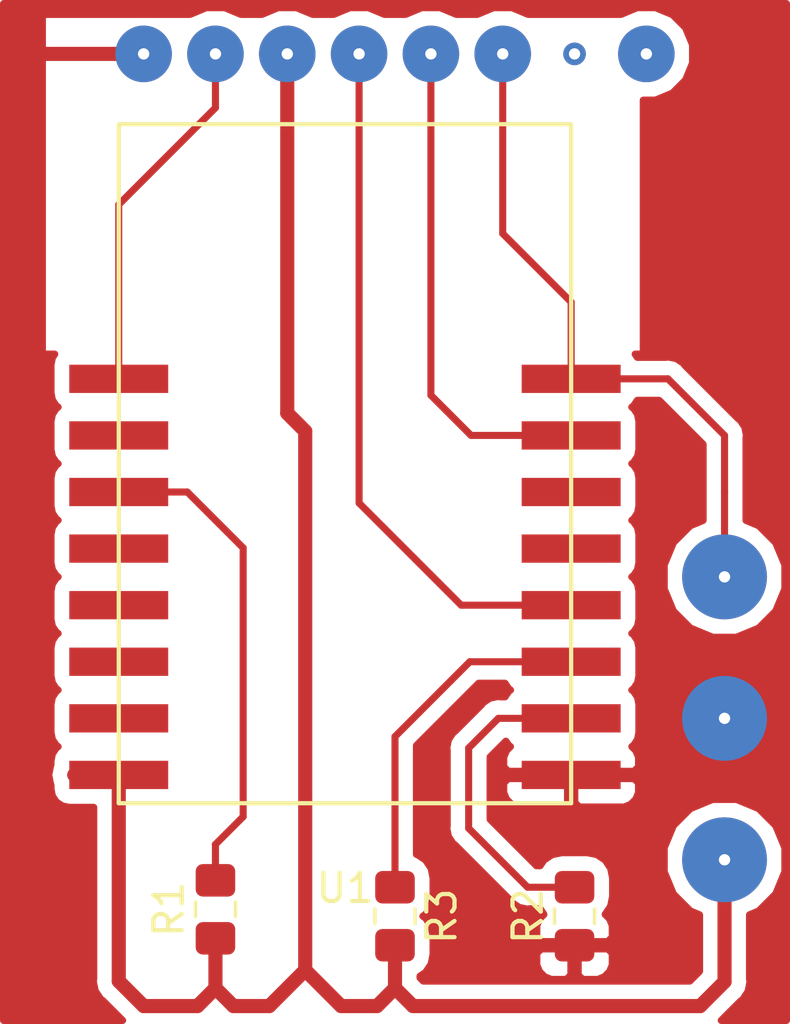
<source format=kicad_pcb>
(kicad_pcb (version 20171130) (host pcbnew 5.0.2-bee76a0~70~ubuntu16.04.1)

  (general
    (thickness 1.6)
    (drawings 0)
    (tracks 76)
    (zones 0)
    (modules 4)
    (nets 23)
  )

  (page A4)
  (layers
    (0 F.Cu signal)
    (31 B.Cu signal)
    (32 B.Adhes user)
    (33 F.Adhes user)
    (34 B.Paste user)
    (35 F.Paste user)
    (36 B.SilkS user)
    (37 F.SilkS user)
    (38 B.Mask user)
    (39 F.Mask user)
    (40 Dwgs.User user)
    (41 Cmts.User user)
    (42 Eco1.User user)
    (43 Eco2.User user)
    (44 Edge.Cuts user)
    (45 Margin user)
    (46 B.CrtYd user)
    (47 F.CrtYd user)
    (48 B.Fab user)
    (49 F.Fab user)
  )

  (setup
    (last_trace_width 0.25)
    (trace_clearance 0.2)
    (zone_clearance 0.508)
    (zone_45_only no)
    (trace_min 0.2)
    (segment_width 0.2)
    (edge_width 0.15)
    (via_size 0.8)
    (via_drill 0.4)
    (via_min_size 0.4)
    (via_min_drill 0.3)
    (uvia_size 0.3)
    (uvia_drill 0.1)
    (uvias_allowed no)
    (uvia_min_size 0.2)
    (uvia_min_drill 0.1)
    (pcb_text_width 0.3)
    (pcb_text_size 1.5 1.5)
    (mod_edge_width 0.15)
    (mod_text_size 1 1)
    (mod_text_width 0.15)
    (pad_size 3.5 1)
    (pad_drill 0)
    (pad_to_mask_clearance 0.051)
    (solder_mask_min_width 0.25)
    (aux_axis_origin 0 0)
    (visible_elements FFFFFF7F)
    (pcbplotparams
      (layerselection 0x00000_7fffffff)
      (usegerberextensions false)
      (usegerberattributes false)
      (usegerberadvancedattributes false)
      (creategerberjobfile false)
      (excludeedgelayer true)
      (linewidth 0.100000)
      (plotframeref false)
      (viasonmask false)
      (mode 1)
      (useauxorigin false)
      (hpglpennumber 1)
      (hpglpenspeed 20)
      (hpglpendiameter 15.000000)
      (psnegative false)
      (psa4output false)
      (plotreference true)
      (plotvalue true)
      (plotinvisibletext false)
      (padsonsilk false)
      (subtractmaskfromsilk false)
      (outputformat 5)
      (mirror true)
      (drillshape 0)
      (scaleselection 1)
      (outputdirectory ""))
  )

  (net 0 "")
  (net 1 GND)
  (net 2 +3V3)
  (net 3 "Net-(R1-Pad2)")
  (net 4 "Net-(U1-Pad3)")
  (net 5 "Net-(U1-Pad4)")
  (net 6 "Net-(U1-Pad9)")
  (net 7 "Net-(U1-Pad10)")
  (net 8 "Net-(U1-Pad11)")
  (net 9 "Net-(U1-Pad12)")
  (net 10 "Net-(U1-Pad13)")
  (net 11 "Net-(U1-Pad14)")
  (net 12 "Net-(U1-Pad16)")
  (net 13 "Net-(U1-Pad17)")
  (net 14 "Net-(U1-Pad18)")
  (net 15 "Net-(U1-Pad19)")
  (net 16 "Net-(U1-Pad21)")
  (net 17 "Net-(R2-Pad2)")
  (net 18 "Net-(R3-Pad1)")
  (net 19 "Net-(Connector1-Pad1)")
  (net 20 "Net-(Connector1-Pad5)")
  (net 21 "Net-(Connector1-Pad6)")
  (net 22 "Net-(Connector1-Pad2)")

  (net_class Default "This is the default net class."
    (clearance 0.2)
    (trace_width 0.25)
    (via_dia 0.8)
    (via_drill 0.4)
    (uvia_dia 0.3)
    (uvia_drill 0.1)
    (add_net GND)
    (add_net "Net-(Connector1-Pad1)")
    (add_net "Net-(Connector1-Pad2)")
    (add_net "Net-(Connector1-Pad5)")
    (add_net "Net-(Connector1-Pad6)")
    (add_net "Net-(R1-Pad2)")
    (add_net "Net-(R2-Pad2)")
    (add_net "Net-(R3-Pad1)")
    (add_net "Net-(U1-Pad10)")
    (add_net "Net-(U1-Pad11)")
    (add_net "Net-(U1-Pad12)")
    (add_net "Net-(U1-Pad13)")
    (add_net "Net-(U1-Pad14)")
    (add_net "Net-(U1-Pad16)")
    (add_net "Net-(U1-Pad17)")
    (add_net "Net-(U1-Pad18)")
    (add_net "Net-(U1-Pad19)")
    (add_net "Net-(U1-Pad21)")
    (add_net "Net-(U1-Pad3)")
    (add_net "Net-(U1-Pad4)")
    (add_net "Net-(U1-Pad9)")
  )

  (net_class VCC ""
    (clearance 0.2)
    (trace_width 0.5)
    (via_dia 0.8)
    (via_drill 0.4)
    (uvia_dia 0.3)
    (uvia_drill 0.1)
    (add_net +3V3)
  )

  (module light_switch:esp-12 (layer F.Cu) (tedit 5C8FB855) (tstamp 5CCC8415)
    (at 91.575001 75)
    (path /5C90179A)
    (fp_text reference U1 (at 0 11) (layer F.SilkS)
      (effects (font (size 1 1) (thickness 0.15)))
    )
    (fp_text value ESP-12F (at 0 -17) (layer F.Fab)
      (effects (font (size 1 1) (thickness 0.15)))
    )
    (fp_line (start 0 -16) (end 8 -16) (layer F.SilkS) (width 0.15))
    (fp_line (start 8 -16) (end 8 8) (layer F.SilkS) (width 0.15))
    (fp_line (start 8 8) (end -8 8) (layer F.SilkS) (width 0.15))
    (fp_line (start -8 8) (end -8 -16) (layer F.SilkS) (width 0.15))
    (fp_line (start -8 -16) (end 0 -16) (layer F.SilkS) (width 0.15))
    (pad 8 smd rect (at 8 7) (size 3.5 1) (layers F.Cu F.Paste F.Mask)
      (net 1 GND))
    (pad 7 smd rect (at 8 5) (size 3.5 1) (layers F.Cu F.Paste F.Mask)
      (net 17 "Net-(R2-Pad2)"))
    (pad 6 smd rect (at 8 3) (size 3.5 1) (layers F.Cu F.Paste F.Mask)
      (net 18 "Net-(R3-Pad1)"))
    (pad 5 smd rect (at 8 1) (size 3.5 1) (layers F.Cu F.Paste F.Mask)
      (net 19 "Net-(Connector1-Pad1)"))
    (pad 4 smd rect (at 8 -1) (size 3.5 1) (layers F.Cu F.Paste F.Mask)
      (net 5 "Net-(U1-Pad4)"))
    (pad 3 smd rect (at 8 -3) (size 3.5 1) (layers F.Cu F.Paste F.Mask)
      (net 4 "Net-(U1-Pad3)"))
    (pad 2 smd rect (at 8 -5) (size 3.5 1) (layers F.Cu F.Paste F.Mask)
      (net 20 "Net-(Connector1-Pad5)"))
    (pad 9 smd rect (at 5 8 90) (size 3.5 1) (layers F.Paste F.Mask)
      (net 6 "Net-(U1-Pad9)"))
    (pad 10 smd rect (at 3 8 270) (size 3.5 1) (layers F.Paste F.Mask)
      (net 7 "Net-(U1-Pad10)"))
    (pad 11 smd rect (at 1 8 270) (size 3.5 1) (layers F.Paste F.Mask)
      (net 8 "Net-(U1-Pad11)"))
    (pad 12 smd rect (at -1 8 270) (size 3.5 1) (layers F.Paste F.Mask)
      (net 9 "Net-(U1-Pad12)"))
    (pad 13 smd rect (at -3 8 270) (size 3.5 1) (layers F.Paste F.Mask)
      (net 10 "Net-(U1-Pad13)"))
    (pad 14 smd rect (at -5 8 270) (size 3.5 1) (layers F.Paste F.Mask)
      (net 11 "Net-(U1-Pad14)"))
    (pad 15 smd rect (at -8 7) (size 3.5 1) (layers F.Cu F.Paste F.Mask)
      (net 2 +3V3))
    (pad 16 smd rect (at -8 5) (size 3.5 1) (layers F.Cu F.Paste F.Mask)
      (net 12 "Net-(U1-Pad16)"))
    (pad 17 smd rect (at -8 3) (size 3.5 1) (layers F.Cu F.Paste F.Mask)
      (net 13 "Net-(U1-Pad17)"))
    (pad 18 smd rect (at -8 1) (size 3.5 1) (layers F.Cu F.Paste F.Mask)
      (net 14 "Net-(U1-Pad18)"))
    (pad 19 smd rect (at -8 -1) (size 3.5 1) (layers F.Cu F.Paste F.Mask)
      (net 15 "Net-(U1-Pad19)"))
    (pad 20 smd rect (at -8 -3) (size 3.5 1) (layers F.Cu F.Paste F.Mask)
      (net 3 "Net-(R1-Pad2)"))
    (pad 21 smd rect (at -8 -5) (size 3.5 1) (layers F.Cu F.Paste F.Mask)
      (net 16 "Net-(U1-Pad21)"))
    (pad 1 smd rect (at 8 -7) (size 3.5 1) (layers F.Cu F.Paste F.Mask)
      (net 21 "Net-(Connector1-Pad6)"))
    (pad 22 smd rect (at -8 -7) (size 3.5 1) (layers F.Cu F.Paste F.Mask)
      (net 22 "Net-(Connector1-Pad2)"))
  )

  (module Capacitor_SMD:C_0805_2012Metric_Pad1.15x1.40mm_HandSolder (layer F.Cu) (tedit 5B36C52B) (tstamp 5C9FFCC8)
    (at 93.345 86.995 270)
    (descr "Capacitor SMD 0805 (2012 Metric), square (rectangular) end terminal, IPC_7351 nominal with elongated pad for handsoldering. (Body size source: https://docs.google.com/spreadsheets/d/1BsfQQcO9C6DZCsRaXUlFlo91Tg2WpOkGARC1WS5S8t0/edit?usp=sharing), generated with kicad-footprint-generator")
    (tags "capacitor handsolder")
    (path /5C937D38)
    (attr smd)
    (fp_text reference R3 (at 0 -1.65 270) (layer F.SilkS)
      (effects (font (size 1 1) (thickness 0.15)))
    )
    (fp_text value 10K (at 0 1.65 270) (layer F.Fab)
      (effects (font (size 1 1) (thickness 0.15)))
    )
    (fp_line (start -1 0.6) (end -1 -0.6) (layer F.Fab) (width 0.1))
    (fp_line (start -1 -0.6) (end 1 -0.6) (layer F.Fab) (width 0.1))
    (fp_line (start 1 -0.6) (end 1 0.6) (layer F.Fab) (width 0.1))
    (fp_line (start 1 0.6) (end -1 0.6) (layer F.Fab) (width 0.1))
    (fp_line (start -0.261252 -0.71) (end 0.261252 -0.71) (layer F.SilkS) (width 0.12))
    (fp_line (start -0.261252 0.71) (end 0.261252 0.71) (layer F.SilkS) (width 0.12))
    (fp_line (start -1.85 0.95) (end -1.85 -0.95) (layer F.CrtYd) (width 0.05))
    (fp_line (start -1.85 -0.95) (end 1.85 -0.95) (layer F.CrtYd) (width 0.05))
    (fp_line (start 1.85 -0.95) (end 1.85 0.95) (layer F.CrtYd) (width 0.05))
    (fp_line (start 1.85 0.95) (end -1.85 0.95) (layer F.CrtYd) (width 0.05))
    (fp_text user %R (at 0 0 270) (layer F.Fab)
      (effects (font (size 0.5 0.5) (thickness 0.08)))
    )
    (pad 1 smd roundrect (at -1.025 0 270) (size 1.15 1.4) (layers F.Cu F.Paste F.Mask) (roundrect_rratio 0.217391)
      (net 18 "Net-(R3-Pad1)"))
    (pad 2 smd roundrect (at 1.025 0 270) (size 1.15 1.4) (layers F.Cu F.Paste F.Mask) (roundrect_rratio 0.217391)
      (net 2 +3V3))
    (model ${KISYS3DMOD}/Capacitor_SMD.3dshapes/C_0805_2012Metric.wrl
      (at (xyz 0 0 0))
      (scale (xyz 1 1 1))
      (rotate (xyz 0 0 0))
    )
  )

  (module Capacitor_SMD:C_0805_2012Metric_Pad1.15x1.40mm_HandSolder (layer F.Cu) (tedit 5B36C52B) (tstamp 5CBFE5E6)
    (at 86.995 86.75 90)
    (descr "Capacitor SMD 0805 (2012 Metric), square (rectangular) end terminal, IPC_7351 nominal with elongated pad for handsoldering. (Body size source: https://docs.google.com/spreadsheets/d/1BsfQQcO9C6DZCsRaXUlFlo91Tg2WpOkGARC1WS5S8t0/edit?usp=sharing), generated with kicad-footprint-generator")
    (tags "capacitor handsolder")
    (path /5C925FD7)
    (attr smd)
    (fp_text reference R1 (at 0 -1.65 90) (layer F.SilkS)
      (effects (font (size 1 1) (thickness 0.15)))
    )
    (fp_text value 10K (at 0 1.65 90) (layer F.Fab)
      (effects (font (size 1 1) (thickness 0.15)))
    )
    (fp_line (start -1 0.6) (end -1 -0.6) (layer F.Fab) (width 0.1))
    (fp_line (start -1 -0.6) (end 1 -0.6) (layer F.Fab) (width 0.1))
    (fp_line (start 1 -0.6) (end 1 0.6) (layer F.Fab) (width 0.1))
    (fp_line (start 1 0.6) (end -1 0.6) (layer F.Fab) (width 0.1))
    (fp_line (start -0.261252 -0.71) (end 0.261252 -0.71) (layer F.SilkS) (width 0.12))
    (fp_line (start -0.261252 0.71) (end 0.261252 0.71) (layer F.SilkS) (width 0.12))
    (fp_line (start -1.85 0.95) (end -1.85 -0.95) (layer F.CrtYd) (width 0.05))
    (fp_line (start -1.85 -0.95) (end 1.85 -0.95) (layer F.CrtYd) (width 0.05))
    (fp_line (start 1.85 -0.95) (end 1.85 0.95) (layer F.CrtYd) (width 0.05))
    (fp_line (start 1.85 0.95) (end -1.85 0.95) (layer F.CrtYd) (width 0.05))
    (fp_text user %R (at 0 0 90) (layer F.Fab)
      (effects (font (size 0.5 0.5) (thickness 0.08)))
    )
    (pad 1 smd roundrect (at -1.025 0 90) (size 1.15 1.4) (layers F.Cu F.Paste F.Mask) (roundrect_rratio 0.217391)
      (net 2 +3V3))
    (pad 2 smd roundrect (at 1.025 0 90) (size 1.15 1.4) (layers F.Cu F.Paste F.Mask) (roundrect_rratio 0.217391)
      (net 3 "Net-(R1-Pad2)"))
    (model ${KISYS3DMOD}/Capacitor_SMD.3dshapes/C_0805_2012Metric.wrl
      (at (xyz 0 0 0))
      (scale (xyz 1 1 1))
      (rotate (xyz 0 0 0))
    )
  )

  (module Capacitor_SMD:C_0805_2012Metric_Pad1.15x1.40mm_HandSolder (layer F.Cu) (tedit 5B36C52B) (tstamp 5CBFE5F7)
    (at 99.695 86.995 90)
    (descr "Capacitor SMD 0805 (2012 Metric), square (rectangular) end terminal, IPC_7351 nominal with elongated pad for handsoldering. (Body size source: https://docs.google.com/spreadsheets/d/1BsfQQcO9C6DZCsRaXUlFlo91Tg2WpOkGARC1WS5S8t0/edit?usp=sharing), generated with kicad-footprint-generator")
    (tags "capacitor handsolder")
    (path /5C929D33)
    (attr smd)
    (fp_text reference R2 (at 0 -1.65 90) (layer F.SilkS)
      (effects (font (size 1 1) (thickness 0.15)))
    )
    (fp_text value 10K (at 0 1.65 90) (layer F.Fab)
      (effects (font (size 1 1) (thickness 0.15)))
    )
    (fp_text user %R (at 0 0 90) (layer F.Fab)
      (effects (font (size 0.5 0.5) (thickness 0.08)))
    )
    (fp_line (start 1.85 0.95) (end -1.85 0.95) (layer F.CrtYd) (width 0.05))
    (fp_line (start 1.85 -0.95) (end 1.85 0.95) (layer F.CrtYd) (width 0.05))
    (fp_line (start -1.85 -0.95) (end 1.85 -0.95) (layer F.CrtYd) (width 0.05))
    (fp_line (start -1.85 0.95) (end -1.85 -0.95) (layer F.CrtYd) (width 0.05))
    (fp_line (start -0.261252 0.71) (end 0.261252 0.71) (layer F.SilkS) (width 0.12))
    (fp_line (start -0.261252 -0.71) (end 0.261252 -0.71) (layer F.SilkS) (width 0.12))
    (fp_line (start 1 0.6) (end -1 0.6) (layer F.Fab) (width 0.1))
    (fp_line (start 1 -0.6) (end 1 0.6) (layer F.Fab) (width 0.1))
    (fp_line (start -1 -0.6) (end 1 -0.6) (layer F.Fab) (width 0.1))
    (fp_line (start -1 0.6) (end -1 -0.6) (layer F.Fab) (width 0.1))
    (pad 2 smd roundrect (at 1.025 0 90) (size 1.15 1.4) (layers F.Cu F.Paste F.Mask) (roundrect_rratio 0.217391)
      (net 17 "Net-(R2-Pad2)"))
    (pad 1 smd roundrect (at -1.025 0 90) (size 1.15 1.4) (layers F.Cu F.Paste F.Mask) (roundrect_rratio 0.217391)
      (net 1 GND))
    (model ${KISYS3DMOD}/Capacitor_SMD.3dshapes/C_0805_2012Metric.wrl
      (at (xyz 0 0 0))
      (scale (xyz 1 1 1))
      (rotate (xyz 0 0 0))
    )
  )

  (segment (start 99.575001 82) (end 100.825001 82) (width 0.25) (layer F.Cu) (net 1))
  (segment (start 100.825001 82) (end 102 82) (width 0.25) (layer F.Cu) (net 1))
  (segment (start 102 82) (end 104 80) (width 0.25) (layer F.Cu) (net 1))
  (segment (start 104 80) (end 105 80) (width 0.25) (layer F.Cu) (net 1))
  (segment (start 105 80) (end 105 80) (width 0.25) (layer F.Cu) (net 1) (tstamp 5CCC900B))
  (via (at 105 80) (size 3) (drill 0.4) (layers F.Cu B.Cu) (net 1))
  (via (at 99.695 56.515) (size 0.8) (drill 0.4) (layers F.Cu B.Cu) (net 0))
  (via (at 102.235 56.515) (size 2) (drill 0.4) (layers F.Cu B.Cu) (net 0))
  (via (at 84.455 56.515) (size 2) (drill 0.4) (layers F.Cu B.Cu) (net 1))
  (segment (start 84.455 56.515) (end 80.645 56.515) (width 0.5) (layer F.Cu) (net 1))
  (segment (start 82 82) (end 83.575001 82) (width 0.5) (layer F.Cu) (net 2))
  (via (at 105 85) (size 3) (drill 0.4) (layers F.Cu B.Cu) (net 2))
  (segment (start 89.535 56.515) (end 89.535 56.515) (width 0.5) (layer F.Cu) (net 2) (tstamp 5C9FF7DB))
  (segment (start 89.535 56.515) (end 89.535 56.515) (width 0.5) (layer F.Cu) (net 2) (tstamp 5C9FF7ED))
  (via (at 89.535 56.515) (size 2) (drill 0.4) (layers F.Cu B.Cu) (net 2) (tstamp 5C9FF7EA))
  (segment (start 89.535 69.215) (end 89.535 56.515) (width 0.5) (layer F.Cu) (net 2))
  (segment (start 83.575001 82) (end 83.575001 89.290001) (width 0.5) (layer F.Cu) (net 2))
  (segment (start 83.575001 89.290001) (end 84.455 90.17) (width 0.5) (layer F.Cu) (net 2))
  (segment (start 86.36 90.17) (end 86.995 89.535) (width 0.5) (layer F.Cu) (net 2))
  (segment (start 84.455 90.17) (end 86.36 90.17) (width 0.5) (layer F.Cu) (net 2))
  (segment (start 86.995 87.775) (end 86.995 89.535) (width 0.5) (layer F.Cu) (net 2))
  (segment (start 93.98 90.17) (end 93.345 89.535) (width 0.5) (layer F.Cu) (net 2))
  (segment (start 104.14 90.17) (end 93.98 90.17) (width 0.5) (layer F.Cu) (net 2))
  (segment (start 105 85) (end 105 89.31) (width 0.5) (layer F.Cu) (net 2))
  (segment (start 105 89.31) (end 104.14 90.17) (width 0.5) (layer F.Cu) (net 2))
  (segment (start 93.345 88.02) (end 93.345 89.535) (width 0.5) (layer F.Cu) (net 2))
  (segment (start 87.63 90.17) (end 86.995 89.535) (width 0.5) (layer F.Cu) (net 2))
  (segment (start 88.9 90.17) (end 87.63 90.17) (width 0.5) (layer F.Cu) (net 2))
  (segment (start 93.345 89.535) (end 92.71 90.17) (width 0.5) (layer F.Cu) (net 2))
  (segment (start 92.71 90.17) (end 91.44 90.17) (width 0.5) (layer F.Cu) (net 2))
  (segment (start 88.9 90.17) (end 90.17 88.9) (width 0.5) (layer F.Cu) (net 2))
  (segment (start 90.17 88.9) (end 91.44 90.17) (width 0.5) (layer F.Cu) (net 2))
  (segment (start 90.025 69.705) (end 89.535 69.215) (width 0.5) (layer F.Cu) (net 2))
  (segment (start 90.17 69.85) (end 89.535 69.215) (width 0.5) (layer F.Cu) (net 2))
  (segment (start 90.17 88.9) (end 90.17 69.85) (width 0.5) (layer F.Cu) (net 2))
  (segment (start 86.995 84.455) (end 86.995 85.725) (width 0.25) (layer F.Cu) (net 3))
  (segment (start 83.575001 72) (end 86 72) (width 0.25) (layer F.Cu) (net 3))
  (segment (start 87.975 73.975) (end 87.975 83.475) (width 0.25) (layer F.Cu) (net 3))
  (segment (start 86 72) (end 87.975 73.975) (width 0.25) (layer F.Cu) (net 3))
  (segment (start 87.975 83.475) (end 86.995 84.455) (width 0.25) (layer F.Cu) (net 3))
  (segment (start 98.035 85.97) (end 99.695 85.97) (width 0.25) (layer F.Cu) (net 17))
  (segment (start 99.575001 80) (end 97 80) (width 0.25) (layer F.Cu) (net 17))
  (segment (start 97 80) (end 95.95 81.05) (width 0.25) (layer F.Cu) (net 17))
  (segment (start 95.95 83.885) (end 98.035 85.97) (width 0.25) (layer F.Cu) (net 17))
  (segment (start 95.95 81.05) (end 95.95 83.885) (width 0.25) (layer F.Cu) (net 17))
  (segment (start 99.575001 78) (end 95.99 78) (width 0.25) (layer F.Cu) (net 18))
  (segment (start 95.99 78) (end 93.345 80.645) (width 0.25) (layer F.Cu) (net 18))
  (segment (start 93.345 80.645) (end 93.345 85.97) (width 0.25) (layer F.Cu) (net 18))
  (segment (start 99.575001 68) (end 100.825001 68) (width 0.25) (layer F.Cu) (net 21))
  (segment (start 100.825001 68) (end 103 68) (width 0.25) (layer F.Cu) (net 21))
  (segment (start 103 68) (end 105 70) (width 0.25) (layer F.Cu) (net 21))
  (segment (start 105 70) (end 105 72) (width 0.25) (layer F.Cu) (net 21))
  (segment (start 105 72) (end 105 75) (width 0.25) (layer F.Cu) (net 21))
  (segment (start 105 75) (end 105 75) (width 0.25) (layer F.Cu) (net 21) (tstamp 5CCC9014))
  (via (at 105 75) (size 3) (drill 0.4) (layers F.Cu B.Cu) (net 21))
  (segment (start 97.155 56.515) (end 97.155 56.515) (width 0.25) (layer F.Cu) (net 21) (tstamp 5C9FF7F6))
  (via (at 97.155 56.515) (size 2) (drill 0.4) (layers F.Cu B.Cu) (net 21) (tstamp 5C9FF7F3))
  (segment (start 99.575001 68) (end 99.575001 65.285001) (width 0.25) (layer F.Cu) (net 21))
  (segment (start 97.155 62.865) (end 97.155 56.515) (width 0.25) (layer F.Cu) (net 21))
  (segment (start 99.575001 65.285001) (end 97.155 62.865) (width 0.25) (layer F.Cu) (net 21))
  (segment (start 99.575001 70) (end 98.325001 70) (width 0.25) (layer F.Cu) (net 20))
  (segment (start 94.615 56.515) (end 94.615 56.515) (width 0.25) (layer F.Cu) (net 20) (tstamp 5C9FF7E7))
  (via (at 94.615 56.515) (size 2) (drill 0.4) (layers F.Cu B.Cu) (net 20) (tstamp 5C9FF7F9))
  (segment (start 99.575001 70) (end 96.035 70) (width 0.25) (layer F.Cu) (net 20))
  (segment (start 94.615 68.58) (end 94.615 56.515) (width 0.25) (layer F.Cu) (net 20))
  (segment (start 96.035 70) (end 94.615 68.58) (width 0.25) (layer F.Cu) (net 20))
  (segment (start 92.075 56.515) (end 92.075 56.515) (width 0.25) (layer F.Cu) (net 19) (tstamp 5C9FF7FC))
  (via (at 92.075 56.515) (size 2) (drill 0.4) (layers F.Cu B.Cu) (net 19) (tstamp 5C9FF7DE))
  (segment (start 99.575001 76) (end 95.685 76) (width 0.25) (layer F.Cu) (net 19))
  (segment (start 92.075 72.39) (end 92.075 56.515) (width 0.25) (layer F.Cu) (net 19))
  (segment (start 95.685 76) (end 92.075 72.39) (width 0.25) (layer F.Cu) (net 19))
  (segment (start 83.575001 68) (end 83.575001 61.839999) (width 0.25) (layer F.Cu) (net 22))
  (segment (start 86.995 56.515) (end 86.995 56.515) (width 0.25) (layer F.Cu) (net 22) (tstamp 5C9FF7F0))
  (via (at 86.995 56.515) (size 2) (drill 0.4) (layers F.Cu B.Cu) (net 22) (tstamp 5C9FF7E1))
  (segment (start 83.575001 61.839999) (end 86.995 58.42) (width 0.25) (layer F.Cu) (net 22))
  (segment (start 86.995 58.42) (end 86.995 56.515) (width 0.25) (layer F.Cu) (net 22))

  (zone (net 1) (net_name GND) (layer F.Cu) (tstamp 5CCC9092) (hatch edge 0.508)
    (connect_pads (clearance 0.508))
    (min_thickness 0.254)
    (fill yes (arc_segments 16) (thermal_gap 0.508) (thermal_bridge_width 0.508))
    (polygon
      (pts
        (xy 79.375 54.61) (xy 107.315 54.61) (xy 107.315 90.805) (xy 79.375 90.805)
      )
    )
    (filled_polygon
      (pts
        (xy 107.188 90.678) (xy 104.883578 90.678) (xy 105.564156 89.997423) (xy 105.638049 89.948049) (xy 105.700788 89.854155)
        (xy 105.833652 89.65531) (xy 105.843491 89.605845) (xy 105.885 89.397165) (xy 105.885 89.397161) (xy 105.902337 89.31)
        (xy 105.885 89.222839) (xy 105.885 86.944329) (xy 106.20938 86.809966) (xy 106.809966 86.20938) (xy 107.135 85.424678)
        (xy 107.135 84.575322) (xy 106.809966 83.79062) (xy 106.20938 83.190034) (xy 105.424678 82.865) (xy 104.575322 82.865)
        (xy 103.79062 83.190034) (xy 103.190034 83.79062) (xy 102.865 84.575322) (xy 102.865 85.424678) (xy 103.190034 86.20938)
        (xy 103.79062 86.809966) (xy 104.115 86.944329) (xy 104.115001 88.94342) (xy 103.773422 89.285) (xy 94.346579 89.285)
        (xy 94.23 89.168422) (xy 94.23 89.112946) (xy 94.429586 88.979586) (xy 94.624127 88.688436) (xy 94.69244 88.345001)
        (xy 94.69244 88.30575) (xy 98.36 88.30575) (xy 98.36 88.721309) (xy 98.456673 88.954698) (xy 98.635301 89.133327)
        (xy 98.86869 89.23) (xy 99.40925 89.23) (xy 99.568 89.07125) (xy 99.568 88.147) (xy 99.822 88.147)
        (xy 99.822 89.07125) (xy 99.98075 89.23) (xy 100.52131 89.23) (xy 100.754699 89.133327) (xy 100.933327 88.954698)
        (xy 101.03 88.721309) (xy 101.03 88.30575) (xy 100.87125 88.147) (xy 99.822 88.147) (xy 99.568 88.147)
        (xy 98.51875 88.147) (xy 98.36 88.30575) (xy 94.69244 88.30575) (xy 94.69244 87.694999) (xy 94.624127 87.351564)
        (xy 94.429586 87.060414) (xy 94.331687 86.995) (xy 94.429586 86.929586) (xy 94.624127 86.638436) (xy 94.69244 86.295001)
        (xy 94.69244 85.644999) (xy 94.624127 85.301564) (xy 94.429586 85.010414) (xy 94.138436 84.815873) (xy 94.105 84.809222)
        (xy 94.105 80.959801) (xy 96.304802 78.76) (xy 97.235019 78.76) (xy 97.367192 78.957809) (xy 97.430335 79)
        (xy 97.367192 79.042191) (xy 97.235019 79.24) (xy 97.074846 79.24) (xy 96.999999 79.225112) (xy 96.925152 79.24)
        (xy 96.925148 79.24) (xy 96.703463 79.284096) (xy 96.452071 79.452071) (xy 96.409671 79.515527) (xy 95.46553 80.459669)
        (xy 95.402071 80.502071) (xy 95.234096 80.753464) (xy 95.19 80.975149) (xy 95.19 80.975153) (xy 95.175112 81.05)
        (xy 95.19 81.124847) (xy 95.190001 83.810148) (xy 95.175112 83.885) (xy 95.190001 83.959852) (xy 95.234097 84.181537)
        (xy 95.402072 84.432929) (xy 95.465528 84.475329) (xy 97.444671 86.454473) (xy 97.487071 86.517929) (xy 97.738463 86.685904)
        (xy 97.960148 86.73) (xy 97.960152 86.73) (xy 98.034999 86.744888) (xy 98.109846 86.73) (xy 98.477054 86.73)
        (xy 98.610414 86.929586) (xy 98.611597 86.930377) (xy 98.456673 87.085302) (xy 98.36 87.318691) (xy 98.36 87.73425)
        (xy 98.51875 87.893) (xy 99.568 87.893) (xy 99.568 87.873) (xy 99.822 87.873) (xy 99.822 87.893)
        (xy 100.87125 87.893) (xy 101.03 87.73425) (xy 101.03 87.318691) (xy 100.933327 87.085302) (xy 100.778403 86.930377)
        (xy 100.779586 86.929586) (xy 100.974127 86.638436) (xy 101.04244 86.295001) (xy 101.04244 85.644999) (xy 100.974127 85.301564)
        (xy 100.779586 85.010414) (xy 100.488436 84.815873) (xy 100.145001 84.74756) (xy 99.244999 84.74756) (xy 98.901564 84.815873)
        (xy 98.610414 85.010414) (xy 98.477054 85.21) (xy 98.349802 85.21) (xy 96.71 83.570199) (xy 96.71 82.28575)
        (xy 97.190001 82.28575) (xy 97.190001 82.62631) (xy 97.286674 82.859699) (xy 97.465303 83.038327) (xy 97.698692 83.135)
        (xy 99.289251 83.135) (xy 99.448001 82.97625) (xy 99.448001 82.127) (xy 99.702001 82.127) (xy 99.702001 82.97625)
        (xy 99.860751 83.135) (xy 101.45131 83.135) (xy 101.684699 83.038327) (xy 101.863328 82.859699) (xy 101.960001 82.62631)
        (xy 101.960001 82.28575) (xy 101.801251 82.127) (xy 99.702001 82.127) (xy 99.448001 82.127) (xy 97.348751 82.127)
        (xy 97.190001 82.28575) (xy 96.71 82.28575) (xy 96.71 81.364801) (xy 97.266976 80.807826) (xy 97.367192 80.957809)
        (xy 97.428321 80.998655) (xy 97.286674 81.140301) (xy 97.190001 81.37369) (xy 97.190001 81.71425) (xy 97.348751 81.873)
        (xy 99.448001 81.873) (xy 99.448001 81.853) (xy 99.702001 81.853) (xy 99.702001 81.873) (xy 101.801251 81.873)
        (xy 101.960001 81.71425) (xy 101.960001 81.37369) (xy 101.863328 81.140301) (xy 101.721681 80.998655) (xy 101.78281 80.957809)
        (xy 101.923158 80.747765) (xy 101.972441 80.5) (xy 101.972441 79.5) (xy 101.923158 79.252235) (xy 101.78281 79.042191)
        (xy 101.719667 79) (xy 101.78281 78.957809) (xy 101.923158 78.747765) (xy 101.972441 78.5) (xy 101.972441 77.5)
        (xy 101.923158 77.252235) (xy 101.78281 77.042191) (xy 101.719667 77) (xy 101.78281 76.957809) (xy 101.923158 76.747765)
        (xy 101.972441 76.5) (xy 101.972441 75.5) (xy 101.923158 75.252235) (xy 101.78281 75.042191) (xy 101.719667 75)
        (xy 101.78281 74.957809) (xy 101.923158 74.747765) (xy 101.972441 74.5) (xy 101.972441 73.5) (xy 101.923158 73.252235)
        (xy 101.78281 73.042191) (xy 101.719667 73) (xy 101.78281 72.957809) (xy 101.923158 72.747765) (xy 101.972441 72.5)
        (xy 101.972441 71.5) (xy 101.923158 71.252235) (xy 101.78281 71.042191) (xy 101.719667 71) (xy 101.78281 70.957809)
        (xy 101.923158 70.747765) (xy 101.972441 70.5) (xy 101.972441 69.5) (xy 101.923158 69.252235) (xy 101.78281 69.042191)
        (xy 101.719667 69) (xy 101.78281 68.957809) (xy 101.914983 68.76) (xy 102.685199 68.76) (xy 104.24 70.314802)
        (xy 104.240001 71.925144) (xy 104.24 71.925149) (xy 104.24 73.003895) (xy 103.79062 73.190034) (xy 103.190034 73.79062)
        (xy 102.865 74.575322) (xy 102.865 75.424678) (xy 103.190034 76.20938) (xy 103.79062 76.809966) (xy 104.575322 77.135)
        (xy 105.424678 77.135) (xy 106.20938 76.809966) (xy 106.809966 76.20938) (xy 107.135 75.424678) (xy 107.135 74.575322)
        (xy 106.809966 73.79062) (xy 106.20938 73.190034) (xy 105.76 73.003895) (xy 105.76 70.074846) (xy 105.774888 69.999999)
        (xy 105.76 69.925152) (xy 105.76 69.925148) (xy 105.715904 69.703463) (xy 105.547929 69.452071) (xy 105.484473 69.409671)
        (xy 103.590331 67.51553) (xy 103.547929 67.452071) (xy 103.296537 67.284096) (xy 103.074852 67.24) (xy 103.074847 67.24)
        (xy 103 67.225112) (xy 102.925153 67.24) (xy 101.914983 67.24) (xy 101.839478 67.127) (xy 102 67.127)
        (xy 102.048601 67.117333) (xy 102.089803 67.089803) (xy 102.117333 67.048601) (xy 102.127 67) (xy 102.127 58.15)
        (xy 102.560222 58.15) (xy 103.161153 57.901086) (xy 103.621086 57.441153) (xy 103.87 56.840222) (xy 103.87 56.189778)
        (xy 103.621086 55.588847) (xy 103.161153 55.128914) (xy 102.560222 54.88) (xy 101.909778 54.88) (xy 101.335196 55.118)
        (xy 98.054804 55.118) (xy 97.480222 54.88) (xy 96.829778 54.88) (xy 96.255196 55.118) (xy 95.514804 55.118)
        (xy 94.940222 54.88) (xy 94.289778 54.88) (xy 93.715196 55.118) (xy 92.974804 55.118) (xy 92.400222 54.88)
        (xy 91.749778 54.88) (xy 91.175196 55.118) (xy 90.434804 55.118) (xy 89.860222 54.88) (xy 89.209778 54.88)
        (xy 88.635196 55.118) (xy 87.894804 55.118) (xy 87.320222 54.88) (xy 86.669778 54.88) (xy 86.095196 55.118)
        (xy 81 55.118) (xy 80.951399 55.127667) (xy 80.910197 55.155197) (xy 80.882667 55.196399) (xy 80.873 55.245)
        (xy 80.873 67) (xy 80.882667 67.048601) (xy 80.910197 67.089803) (xy 80.951399 67.117333) (xy 81 67.127)
        (xy 81.310524 67.127) (xy 81.226844 67.252235) (xy 81.177561 67.5) (xy 81.177561 68.5) (xy 81.226844 68.747765)
        (xy 81.367192 68.957809) (xy 81.430335 69) (xy 81.367192 69.042191) (xy 81.226844 69.252235) (xy 81.177561 69.5)
        (xy 81.177561 70.5) (xy 81.226844 70.747765) (xy 81.367192 70.957809) (xy 81.430335 71) (xy 81.367192 71.042191)
        (xy 81.226844 71.252235) (xy 81.177561 71.5) (xy 81.177561 72.5) (xy 81.226844 72.747765) (xy 81.367192 72.957809)
        (xy 81.430335 73) (xy 81.367192 73.042191) (xy 81.226844 73.252235) (xy 81.177561 73.5) (xy 81.177561 74.5)
        (xy 81.226844 74.747765) (xy 81.367192 74.957809) (xy 81.430335 75) (xy 81.367192 75.042191) (xy 81.226844 75.252235)
        (xy 81.177561 75.5) (xy 81.177561 76.5) (xy 81.226844 76.747765) (xy 81.367192 76.957809) (xy 81.430335 77)
        (xy 81.367192 77.042191) (xy 81.226844 77.252235) (xy 81.177561 77.5) (xy 81.177561 78.5) (xy 81.226844 78.747765)
        (xy 81.367192 78.957809) (xy 81.430335 79) (xy 81.367192 79.042191) (xy 81.226844 79.252235) (xy 81.177561 79.5)
        (xy 81.177561 80.5) (xy 81.226844 80.747765) (xy 81.367192 80.957809) (xy 81.430335 81) (xy 81.367192 81.042191)
        (xy 81.226844 81.252235) (xy 81.177561 81.5) (xy 81.177561 81.637909) (xy 81.166348 81.65469) (xy 81.097662 82)
        (xy 81.166348 82.34531) (xy 81.177561 82.362091) (xy 81.177561 82.5) (xy 81.226844 82.747765) (xy 81.367192 82.957809)
        (xy 81.577236 83.098157) (xy 81.825001 83.14744) (xy 82.690001 83.14744) (xy 82.690002 89.202836) (xy 82.672664 89.290001)
        (xy 82.741349 89.63531) (xy 82.887577 89.854155) (xy 82.887579 89.854157) (xy 82.936953 89.92805) (xy 83.010846 89.977424)
        (xy 83.711421 90.678) (xy 79.502 90.678) (xy 79.502 54.737) (xy 107.188 54.737)
      )
    )
  )
  (zone (net 0) (net_name "") (layer F.Cu) (tstamp 0) (hatch edge 0.508)
    (connect_pads (clearance 0.508))
    (min_thickness 0.254)
    (keepout (tracks allowed) (vias not_allowed) (copperpour not_allowed))
    (fill (arc_segments 16) (thermal_gap 0.508) (thermal_bridge_width 0.508))
    (polygon
      (pts
        (xy 81 67) (xy 102 67) (xy 102 55.245) (xy 81 55.245)
      )
    )
  )
)

</source>
